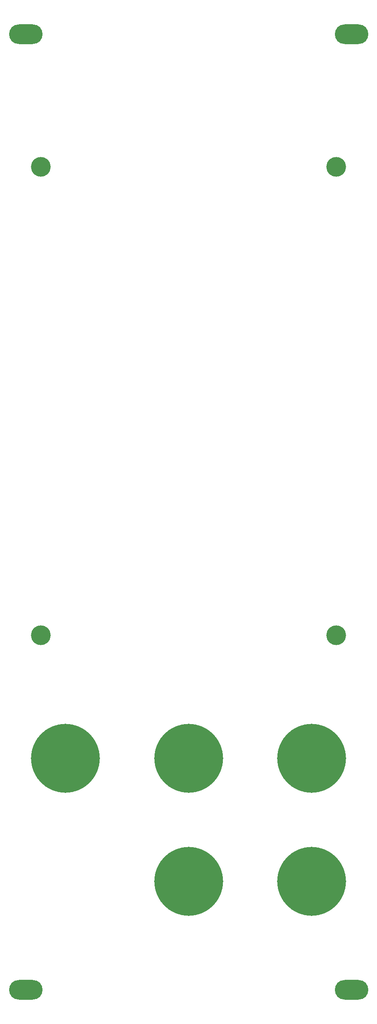
<source format=gbr>
G04 #@! TF.GenerationSoftware,KiCad,Pcbnew,5.1.9-73d0e3b20d~88~ubuntu20.04.1*
G04 #@! TF.CreationDate,2021-03-31T23:41:29-04:00*
G04 #@! TF.ProjectId,ao_dc_mixer-panel,616f5f64-635f-46d6-9978-65722d70616e,rev?*
G04 #@! TF.SameCoordinates,Original*
G04 #@! TF.FileFunction,Soldermask,Top*
G04 #@! TF.FilePolarity,Negative*
%FSLAX46Y46*%
G04 Gerber Fmt 4.6, Leading zero omitted, Abs format (unit mm)*
G04 Created by KiCad (PCBNEW 5.1.9-73d0e3b20d~88~ubuntu20.04.1) date 2021-03-31 23:41:29*
%MOMM*%
%LPD*%
G01*
G04 APERTURE LIST*
%ADD10C,4.000000*%
%ADD11C,14.000000*%
%ADD12O,6.800000X4.000000*%
G04 APERTURE END LIST*
D10*
X67500000Y-30000000D03*
X7500000Y-30000000D03*
X67500000Y-125000000D03*
X7500000Y-125000000D03*
D11*
X62500000Y-150000000D03*
X37500000Y-150000000D03*
X62500000Y-175000000D03*
X37500000Y-175000000D03*
X12500000Y-150000000D03*
D12*
X70600000Y-3000000D03*
X70600000Y-197000000D03*
X4400000Y-3000000D03*
X4400000Y-197000000D03*
M02*

</source>
